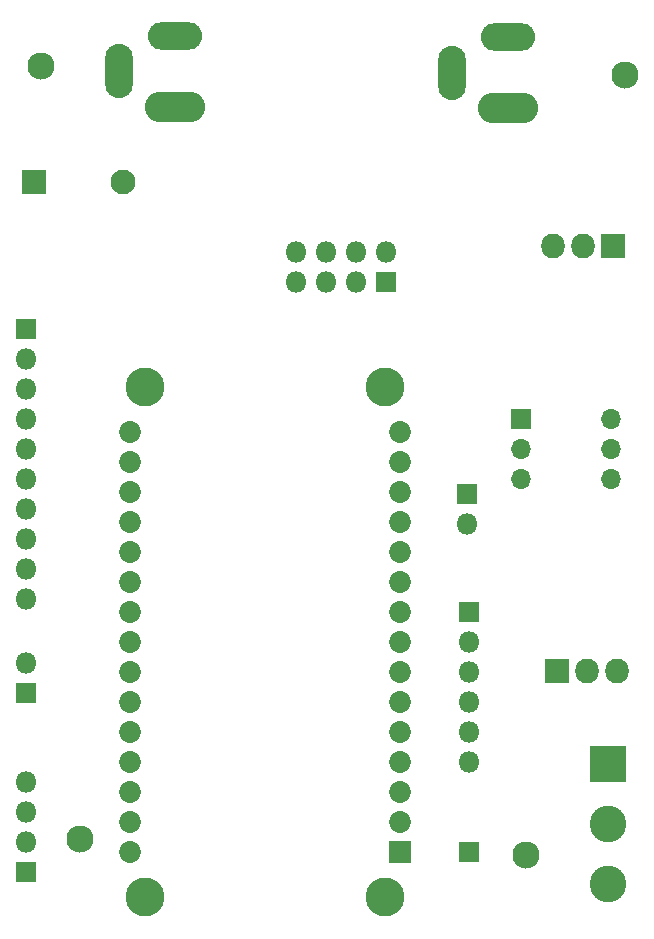
<source format=gbr>
%TF.GenerationSoftware,KiCad,Pcbnew,(5.1.6)-1*%
%TF.CreationDate,2020-07-29T00:16:23-03:00*%
%TF.ProjectId,placa_desenvolvimento,706c6163-615f-4646-9573-656e766f6c76,rev?*%
%TF.SameCoordinates,Original*%
%TF.FileFunction,Soldermask,Bot*%
%TF.FilePolarity,Negative*%
%FSLAX46Y46*%
G04 Gerber Fmt 4.6, Leading zero omitted, Abs format (unit mm)*
G04 Created by KiCad (PCBNEW (5.1.6)-1) date 2020-07-29 00:16:23*
%MOMM*%
%LPD*%
G01*
G04 APERTURE LIST*
%ADD10C,2.300000*%
%ADD11R,3.100000X3.100000*%
%ADD12C,3.100000*%
%ADD13R,2.100000X2.100000*%
%ADD14C,2.100000*%
%ADD15O,2.350000X4.600000*%
%ADD16O,4.600000X2.350000*%
%ADD17O,5.100000X2.600000*%
%ADD18R,1.800000X1.800000*%
%ADD19O,1.800000X1.800000*%
%ADD20R,1.852600X1.852600*%
%ADD21C,1.852600*%
%ADD22C,3.300000*%
%ADD23R,2.005000X2.100000*%
%ADD24O,2.005000X2.100000*%
%ADD25R,1.700000X1.700000*%
%ADD26O,1.700000X1.700000*%
G04 APERTURE END LIST*
D10*
%TO.C,REF\u002A\u002A*%
X65405000Y-29083000D03*
%TD*%
%TO.C,REF\u002A\u002A*%
X57023000Y-95123000D03*
%TD*%
%TO.C,REF\u002A\u002A*%
X19304000Y-93726000D03*
%TD*%
%TO.C,REF\u002A\u002A*%
X16002000Y-28321000D03*
%TD*%
D11*
%TO.C,J7*%
X64008000Y-87376000D03*
D12*
X64008000Y-92456000D03*
X64008000Y-97536000D03*
%TD*%
D13*
%TO.C,BZ1*%
X15367000Y-38100000D03*
D14*
X22967000Y-38100000D03*
%TD*%
D15*
%TO.C,J1*%
X22605000Y-28750000D03*
D16*
X27305000Y-25750000D03*
D17*
X27305000Y-31750000D03*
%TD*%
D18*
%TO.C,J2*%
X14732000Y-50546000D03*
D19*
X14732000Y-53086000D03*
X14732000Y-55626000D03*
X14732000Y-58166000D03*
X14732000Y-60706000D03*
X14732000Y-63246000D03*
X14732000Y-65786000D03*
X14732000Y-68326000D03*
X14732000Y-70866000D03*
X14732000Y-73406000D03*
%TD*%
D18*
%TO.C,J4*%
X52070000Y-64516000D03*
D19*
X52070000Y-67056000D03*
%TD*%
D18*
%TO.C,J5*%
X52197000Y-94869000D03*
%TD*%
D19*
%TO.C,J6*%
X14732000Y-78867000D03*
D18*
X14732000Y-81407000D03*
%TD*%
%TO.C,J8*%
X52197000Y-74549000D03*
D19*
X52197000Y-77089000D03*
X52197000Y-79629000D03*
X52197000Y-82169000D03*
X52197000Y-84709000D03*
X52197000Y-87249000D03*
%TD*%
D18*
%TO.C,J9*%
X45212000Y-46609000D03*
D19*
X45212000Y-44069000D03*
X42672000Y-46609000D03*
X42672000Y-44069000D03*
X40132000Y-46609000D03*
X40132000Y-44069000D03*
X37592000Y-46609000D03*
X37592000Y-44069000D03*
%TD*%
D20*
%TO.C,U2*%
X46355000Y-94869000D03*
D21*
X46355000Y-92329000D03*
X46355000Y-89789000D03*
X46355000Y-87249000D03*
X46355000Y-84709000D03*
X46355000Y-82169000D03*
X46355000Y-79629000D03*
X46355000Y-77089000D03*
X46355000Y-74549000D03*
X46355000Y-72009000D03*
X46355000Y-69469000D03*
X46355000Y-66929000D03*
X46355000Y-64389000D03*
X46355000Y-61849000D03*
X46355000Y-59309000D03*
X23495000Y-94869000D03*
X23495000Y-92329000D03*
X23495000Y-89789000D03*
X23495000Y-87249000D03*
X23495000Y-84709000D03*
X23495000Y-82169000D03*
X23495000Y-79629000D03*
X23495000Y-77089000D03*
X23495000Y-74549000D03*
X23495000Y-72009000D03*
X23495000Y-69469000D03*
X23495000Y-66929000D03*
X23495000Y-64389000D03*
X23495000Y-61849000D03*
X23495000Y-59309000D03*
D22*
X45085000Y-98679000D03*
X24765000Y-98679000D03*
X24765000Y-55499000D03*
X45085000Y-55499000D03*
%TD*%
D23*
%TO.C,U3*%
X64389000Y-43561000D03*
D24*
X61849000Y-43561000D03*
X59309000Y-43561000D03*
%TD*%
D18*
%TO.C,J3*%
X14732000Y-96520000D03*
D19*
X14732000Y-93980000D03*
X14732000Y-91440000D03*
X14732000Y-88900000D03*
%TD*%
D25*
%TO.C,U4*%
X56642000Y-58166000D03*
D26*
X64262000Y-63246000D03*
X56642000Y-60706000D03*
X64262000Y-60706000D03*
X56642000Y-63246000D03*
X64262000Y-58166000D03*
%TD*%
D23*
%TO.C,Q2*%
X59690000Y-79502000D03*
D24*
X62230000Y-79502000D03*
X64770000Y-79502000D03*
%TD*%
D15*
%TO.C,J10*%
X50799000Y-28877000D03*
D16*
X55499000Y-25877000D03*
D17*
X55499000Y-31877000D03*
%TD*%
M02*

</source>
